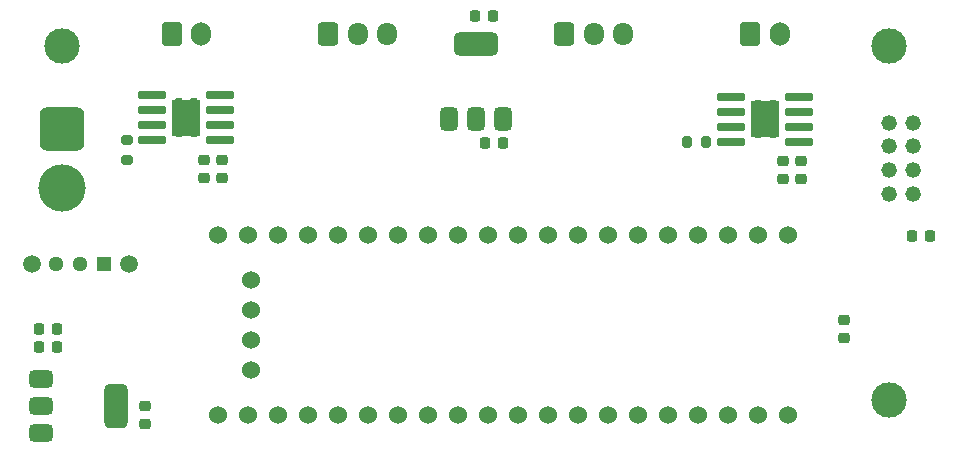
<source format=gts>
G04 #@! TF.GenerationSoftware,KiCad,Pcbnew,9.0.2+dfsg-1*
G04 #@! TF.CreationDate,2025-08-18T21:53:10-04:00*
G04 #@! TF.ProjectId,Basic_Controller,42617369-635f-4436-9f6e-74726f6c6c65,rev?*
G04 #@! TF.SameCoordinates,Original*
G04 #@! TF.FileFunction,Soldermask,Top*
G04 #@! TF.FilePolarity,Negative*
%FSLAX46Y46*%
G04 Gerber Fmt 4.6, Leading zero omitted, Abs format (unit mm)*
G04 Created by KiCad (PCBNEW 9.0.2+dfsg-1) date 2025-08-18 21:53:10*
%MOMM*%
%LPD*%
G01*
G04 APERTURE LIST*
G04 Aperture macros list*
%AMRoundRect*
0 Rectangle with rounded corners*
0 $1 Rounding radius*
0 $2 $3 $4 $5 $6 $7 $8 $9 X,Y pos of 4 corners*
0 Add a 4 corners polygon primitive as box body*
4,1,4,$2,$3,$4,$5,$6,$7,$8,$9,$2,$3,0*
0 Add four circle primitives for the rounded corners*
1,1,$1+$1,$2,$3*
1,1,$1+$1,$4,$5*
1,1,$1+$1,$6,$7*
1,1,$1+$1,$8,$9*
0 Add four rect primitives between the rounded corners*
20,1,$1+$1,$2,$3,$4,$5,0*
20,1,$1+$1,$4,$5,$6,$7,0*
20,1,$1+$1,$6,$7,$8,$9,0*
20,1,$1+$1,$8,$9,$2,$3,0*%
G04 Aperture macros list end*
%ADD10C,4.000000*%
%ADD11RoundRect,0.760000X-1.140000X1.140000X-1.140000X-1.140000X1.140000X-1.140000X1.140000X1.140000X0*%
%ADD12C,1.498600*%
%ADD13C,1.295400*%
%ADD14R,1.295400X1.295400*%
%ADD15C,0.770000*%
%ADD16RoundRect,0.070000X-1.100000X-0.250000X1.100000X-0.250000X1.100000X0.250000X-1.100000X0.250000X0*%
%ADD17R,2.400000X3.100000*%
%ADD18RoundRect,0.225000X0.250000X-0.225000X0.250000X0.225000X-0.250000X0.225000X-0.250000X-0.225000X0*%
%ADD19RoundRect,0.225000X-0.225000X-0.250000X0.225000X-0.250000X0.225000X0.250000X-0.225000X0.250000X0*%
%ADD20C,1.524000*%
%ADD21RoundRect,0.250000X-0.600000X-0.750000X0.600000X-0.750000X0.600000X0.750000X-0.600000X0.750000X0*%
%ADD22O,1.700000X2.000000*%
%ADD23RoundRect,0.200000X0.275000X-0.200000X0.275000X0.200000X-0.275000X0.200000X-0.275000X-0.200000X0*%
%ADD24RoundRect,0.218750X-0.218750X-0.256250X0.218750X-0.256250X0.218750X0.256250X-0.218750X0.256250X0*%
%ADD25C,3.000000*%
%ADD26RoundRect,0.200000X-0.200000X-0.275000X0.200000X-0.275000X0.200000X0.275000X-0.200000X0.275000X0*%
%ADD27RoundRect,0.250000X-0.600000X-0.725000X0.600000X-0.725000X0.600000X0.725000X-0.600000X0.725000X0*%
%ADD28O,1.700000X1.950000*%
%ADD29RoundRect,0.375000X-0.625000X-0.375000X0.625000X-0.375000X0.625000X0.375000X-0.625000X0.375000X0*%
%ADD30RoundRect,0.500000X-0.500000X-1.400000X0.500000X-1.400000X0.500000X1.400000X-0.500000X1.400000X0*%
%ADD31RoundRect,0.225000X-0.250000X0.225000X-0.250000X-0.225000X0.250000X-0.225000X0.250000X0.225000X0*%
%ADD32RoundRect,0.375000X0.375000X-0.625000X0.375000X0.625000X-0.375000X0.625000X-0.375000X-0.625000X0*%
%ADD33RoundRect,0.500000X1.400000X-0.500000X1.400000X0.500000X-1.400000X0.500000X-1.400000X-0.500000X0*%
%ADD34C,1.320800*%
%ADD35RoundRect,0.225000X0.225000X0.250000X-0.225000X0.250000X-0.225000X-0.250000X0.225000X-0.250000X0*%
G04 APERTURE END LIST*
D10*
X125000000Y-49500000D03*
D11*
X125000000Y-44500000D03*
D12*
X122400000Y-56000000D03*
X130600001Y-56000000D03*
D13*
X124499999Y-56000000D03*
X126500000Y-56000000D03*
D14*
X128500000Y-56000000D03*
D15*
X136137872Y-44877705D03*
X136137872Y-43577705D03*
X136137872Y-42277705D03*
X134837872Y-44877705D03*
X134837872Y-43577705D03*
X134837872Y-42277705D03*
D16*
X138362872Y-41672705D03*
X138362872Y-42942705D03*
X138362872Y-44212705D03*
X138362872Y-45482705D03*
X132612872Y-45482705D03*
X132612872Y-44212705D03*
X132612872Y-42942705D03*
X132612872Y-41672705D03*
D17*
X135487872Y-43577705D03*
D18*
X186000000Y-48785828D03*
X186000000Y-47235828D03*
D19*
X159950000Y-35000000D03*
X161500000Y-35000000D03*
D20*
X138160000Y-68740000D03*
X140700000Y-68740000D03*
X143240000Y-68740000D03*
X145780000Y-68740000D03*
X178800000Y-68740000D03*
X148320000Y-68740000D03*
X150860000Y-68740000D03*
X153400000Y-68740000D03*
X155940000Y-68740000D03*
X158480000Y-68740000D03*
X161020000Y-68740000D03*
X163560000Y-68740000D03*
X166100000Y-68740000D03*
X168640000Y-68740000D03*
X171180000Y-68740000D03*
X173720000Y-68740000D03*
X176260000Y-68740000D03*
X186420000Y-53500000D03*
X183880000Y-53500000D03*
X181340000Y-53500000D03*
X178800000Y-53500000D03*
X176260000Y-53500000D03*
X173720000Y-53500000D03*
X171180000Y-53500000D03*
X168640000Y-53500000D03*
X166100000Y-53500000D03*
X141000000Y-59850000D03*
X141000000Y-62390000D03*
X163560000Y-53500000D03*
X161020000Y-53500000D03*
X158480000Y-53500000D03*
X155940000Y-53500000D03*
X153400000Y-53500000D03*
X150860000Y-53500000D03*
X148320000Y-53500000D03*
X145780000Y-53500000D03*
X181340000Y-68740000D03*
X183880000Y-68740000D03*
X186420000Y-68740000D03*
X138160000Y-53500000D03*
X140700000Y-53500000D03*
X143240000Y-53500000D03*
X141000000Y-64930000D03*
X141000000Y-57310000D03*
D21*
X183229110Y-36500000D03*
D22*
X185729110Y-36500000D03*
D23*
X130509869Y-47133662D03*
X130509869Y-45483662D03*
D24*
X123000000Y-61500000D03*
X124575000Y-61500000D03*
D25*
X195000000Y-37500000D03*
D18*
X187525539Y-48786376D03*
X187525539Y-47236376D03*
D25*
X195000000Y-67500000D03*
D26*
X177873274Y-45596959D03*
X179523274Y-45596959D03*
D27*
X147500000Y-36475000D03*
D28*
X150000000Y-36475000D03*
X152500000Y-36475000D03*
D17*
X184507678Y-43689585D03*
D16*
X181632678Y-41784585D03*
X181632678Y-43054585D03*
X181632678Y-44324585D03*
X181632678Y-45594585D03*
X187382678Y-45594585D03*
X187382678Y-44324585D03*
X187382678Y-43054585D03*
X187382678Y-41784585D03*
D15*
X183857678Y-42389585D03*
X183857678Y-43689585D03*
X183857678Y-44989585D03*
X185157678Y-42389585D03*
X185157678Y-43689585D03*
X185157678Y-44989585D03*
D29*
X123200000Y-65700000D03*
X123200000Y-68000000D03*
D30*
X129500000Y-68000000D03*
D29*
X123200000Y-70300000D03*
D31*
X132000000Y-67950000D03*
X132000000Y-69500000D03*
D32*
X157700000Y-43650000D03*
X160000000Y-43650000D03*
D33*
X160000000Y-37350000D03*
D32*
X162300000Y-43650000D03*
D34*
X194998100Y-49999999D03*
X196998101Y-49999999D03*
X194998100Y-48000000D03*
X196998101Y-48000000D03*
X194998100Y-45999999D03*
X196998101Y-45999999D03*
X194998100Y-44000001D03*
X196998101Y-44000001D03*
D18*
X137001284Y-48674210D03*
X137001284Y-47124210D03*
D35*
X198445741Y-53574114D03*
X196895741Y-53574114D03*
D25*
X125000000Y-37500000D03*
D18*
X191151253Y-62236555D03*
X191151253Y-60686555D03*
D21*
X134250000Y-36500000D03*
D22*
X136750000Y-36500000D03*
D35*
X162337424Y-45701837D03*
X160787424Y-45701837D03*
X124550000Y-63000000D03*
X123000000Y-63000000D03*
D27*
X167500000Y-36475000D03*
D28*
X170000000Y-36475000D03*
X172500000Y-36475000D03*
D18*
X138526823Y-48674210D03*
X138526823Y-47124210D03*
M02*

</source>
